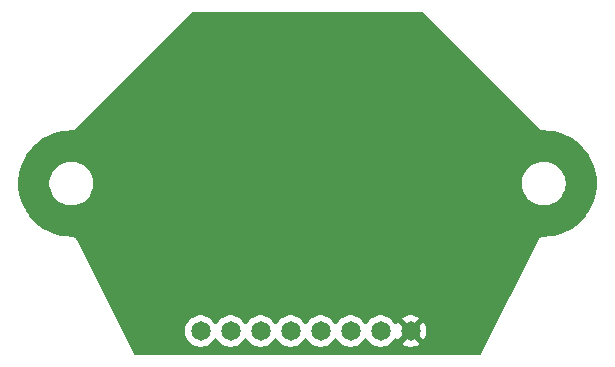
<source format=gbr>
%TF.GenerationSoftware,KiCad,Pcbnew,9.0.2*%
%TF.CreationDate,2025-06-12T16:07:02+02:00*%
%TF.ProjectId,engemil_pmw3901mb,656e6765-6d69-46c5-9f70-6d7733393031,1*%
%TF.SameCoordinates,Original*%
%TF.FileFunction,Copper,L2,Bot*%
%TF.FilePolarity,Positive*%
%FSLAX46Y46*%
G04 Gerber Fmt 4.6, Leading zero omitted, Abs format (unit mm)*
G04 Created by KiCad (PCBNEW 9.0.2) date 2025-06-12 16:07:02*
%MOMM*%
%LPD*%
G01*
G04 APERTURE LIST*
%TA.AperFunction,ComponentPad*%
%ADD10C,1.650000*%
%TD*%
%TA.AperFunction,ViaPad*%
%ADD11C,0.600000*%
%TD*%
G04 APERTURE END LIST*
D10*
%TO.P,J1,1*%
%TO.N,VCC*%
X140938445Y-127500000D03*
%TO.P,J1,2*%
%TO.N,RESET*%
X143478445Y-127500000D03*
%TO.P,J1,3*%
%TO.N,MOTION*%
X146018445Y-127500000D03*
%TO.P,J1,4*%
%TO.N,MOSI*%
X148558445Y-127500000D03*
%TO.P,J1,5*%
%TO.N,SCLK*%
X151098445Y-127500000D03*
%TO.P,J1,6*%
%TO.N,MISO*%
X153638445Y-127500000D03*
%TO.P,J1,7*%
%TO.N,CS*%
X156178445Y-127500000D03*
%TO.P,J1,8*%
%TO.N,GND*%
X158718445Y-127500000D03*
%TD*%
D11*
%TO.N,GND*%
X158500000Y-106500000D03*
X143500000Y-116000000D03*
X147000000Y-108500000D03*
X159000000Y-114000000D03*
X143500000Y-120000000D03*
X146500000Y-111000000D03*
X143500000Y-105000000D03*
X155500000Y-104500000D03*
X141500000Y-120000000D03*
X158500000Y-105500000D03*
X143500000Y-110500000D03*
X137000000Y-128500000D03*
X154000000Y-119000000D03*
X155500000Y-105500000D03*
X152000000Y-119000000D03*
X154000000Y-113500000D03*
X142500000Y-120000000D03*
X146000000Y-108500000D03*
X143500000Y-109000000D03*
X152500000Y-105500000D03*
X161000000Y-127500000D03*
X137000000Y-127500000D03*
X160000000Y-114000000D03*
X160000000Y-116500000D03*
X158500000Y-104500000D03*
X161000000Y-128500000D03*
X137000000Y-126500000D03*
X146000000Y-119000000D03*
X156000000Y-108500000D03*
X142000000Y-105000000D03*
X146000000Y-117000000D03*
X154000000Y-116500000D03*
X161000000Y-126500000D03*
X146000000Y-120000000D03*
X159000000Y-116500000D03*
X153000000Y-119000000D03*
X152500000Y-103500000D03*
X141000000Y-110500000D03*
X147500000Y-111000000D03*
X146000000Y-118000000D03*
X154000000Y-115000000D03*
%TD*%
%TA.AperFunction,Conductor*%
%TO.N,GND*%
G36*
X159808363Y-100520185D02*
G01*
X159829005Y-100536819D01*
X169599500Y-110307314D01*
X169692686Y-110400500D01*
X169806814Y-110466392D01*
X169934108Y-110500500D01*
X169997128Y-110500500D01*
X170002855Y-110500632D01*
X170409440Y-110519429D01*
X170420837Y-110520485D01*
X170821117Y-110576322D01*
X170832353Y-110578423D01*
X171225776Y-110670955D01*
X171236766Y-110674082D01*
X171619989Y-110802525D01*
X171630643Y-110806653D01*
X172000365Y-110969901D01*
X172010592Y-110974993D01*
X172248010Y-111107234D01*
X172363669Y-111171656D01*
X172373407Y-111177685D01*
X172706830Y-111406084D01*
X172715970Y-111412987D01*
X173026883Y-111671166D01*
X173035347Y-111678882D01*
X173321117Y-111964652D01*
X173328833Y-111973116D01*
X173587012Y-112284029D01*
X173593915Y-112293169D01*
X173822314Y-112626592D01*
X173828343Y-112636330D01*
X174024999Y-112989394D01*
X174030102Y-112999643D01*
X174110250Y-113181161D01*
X174193341Y-113369343D01*
X174197479Y-113380023D01*
X174325913Y-113763220D01*
X174329047Y-113774236D01*
X174421573Y-114167633D01*
X174423678Y-114178892D01*
X174479513Y-114579160D01*
X174480570Y-114590564D01*
X174499235Y-114994273D01*
X174499235Y-115005727D01*
X174480570Y-115409435D01*
X174479513Y-115420839D01*
X174423678Y-115821107D01*
X174421573Y-115832366D01*
X174329047Y-116225763D01*
X174325913Y-116236779D01*
X174197479Y-116619976D01*
X174193341Y-116630656D01*
X174030104Y-117000352D01*
X174024999Y-117010605D01*
X173828343Y-117363669D01*
X173822314Y-117373407D01*
X173593915Y-117706830D01*
X173587012Y-117715970D01*
X173328833Y-118026883D01*
X173321117Y-118035347D01*
X173035347Y-118321117D01*
X173026883Y-118328833D01*
X172715970Y-118587012D01*
X172706830Y-118593915D01*
X172373407Y-118822314D01*
X172363669Y-118828343D01*
X172010605Y-119024999D01*
X172000352Y-119030104D01*
X171630656Y-119193341D01*
X171619976Y-119197479D01*
X171236779Y-119325913D01*
X171225763Y-119329047D01*
X170832366Y-119421573D01*
X170821107Y-119423678D01*
X170420839Y-119479513D01*
X170409435Y-119480570D01*
X170054934Y-119496959D01*
X170053602Y-119497013D01*
X170040759Y-119497468D01*
X170035786Y-119496451D01*
X169987183Y-119499368D01*
X169985670Y-119499422D01*
X169985481Y-119499373D01*
X169981275Y-119499500D01*
X169934107Y-119499500D01*
X169931534Y-119500189D01*
X169931533Y-119500188D01*
X169919413Y-119503435D01*
X169904239Y-119504347D01*
X169855995Y-119520427D01*
X169852407Y-119521389D01*
X169852389Y-119521395D01*
X169816178Y-119531098D01*
X169806814Y-119533608D01*
X169806813Y-119533608D01*
X169806811Y-119533609D01*
X169806804Y-119533612D01*
X169804514Y-119534933D01*
X169804515Y-119534934D01*
X169793639Y-119541212D01*
X169779217Y-119546021D01*
X169736771Y-119574044D01*
X169733539Y-119575911D01*
X169733532Y-119575916D01*
X169692684Y-119599501D01*
X169690802Y-119601383D01*
X169671471Y-119617159D01*
X169669244Y-119618629D01*
X169637947Y-119653921D01*
X169635480Y-119656705D01*
X169599500Y-119692686D01*
X169591896Y-119705855D01*
X169583564Y-119715252D01*
X169583562Y-119715253D01*
X169581809Y-119717229D01*
X169581804Y-119717237D01*
X169560713Y-119759419D01*
X169557193Y-119765961D01*
X169533607Y-119806813D01*
X169533606Y-119806816D01*
X169532919Y-119809382D01*
X169524056Y-119832733D01*
X164724947Y-129430954D01*
X164677360Y-129482113D01*
X164614038Y-129499500D01*
X135385962Y-129499500D01*
X135318923Y-129479815D01*
X135275054Y-129430956D01*
X134257413Y-127395675D01*
X139612945Y-127395675D01*
X139612945Y-127604324D01*
X139645582Y-127810389D01*
X139710057Y-128008820D01*
X139778930Y-128143990D01*
X139804775Y-128194714D01*
X139927410Y-128363505D01*
X140074940Y-128511035D01*
X140243731Y-128633670D01*
X140331561Y-128678421D01*
X140429624Y-128728387D01*
X140429626Y-128728387D01*
X140429629Y-128728389D01*
X140535990Y-128762948D01*
X140628055Y-128792862D01*
X140834121Y-128825500D01*
X140834126Y-128825500D01*
X141042769Y-128825500D01*
X141248834Y-128792862D01*
X141250339Y-128792373D01*
X141447261Y-128728389D01*
X141633159Y-128633670D01*
X141801950Y-128511035D01*
X141949480Y-128363505D01*
X142072115Y-128194714D01*
X142097960Y-128143990D01*
X142145934Y-128093194D01*
X142213755Y-128076398D01*
X142279890Y-128098935D01*
X142318930Y-128143990D01*
X142344773Y-128194712D01*
X142380451Y-128243818D01*
X142467410Y-128363505D01*
X142614940Y-128511035D01*
X142783731Y-128633670D01*
X142871561Y-128678421D01*
X142969624Y-128728387D01*
X142969626Y-128728387D01*
X142969629Y-128728389D01*
X143075990Y-128762948D01*
X143168055Y-128792862D01*
X143374121Y-128825500D01*
X143374126Y-128825500D01*
X143582769Y-128825500D01*
X143788834Y-128792862D01*
X143790339Y-128792373D01*
X143987261Y-128728389D01*
X144173159Y-128633670D01*
X144341950Y-128511035D01*
X144489480Y-128363505D01*
X144612115Y-128194714D01*
X144637960Y-128143990D01*
X144685934Y-128093194D01*
X144753755Y-128076398D01*
X144819890Y-128098935D01*
X144858930Y-128143990D01*
X144884773Y-128194712D01*
X144920451Y-128243818D01*
X145007410Y-128363505D01*
X145154940Y-128511035D01*
X145323731Y-128633670D01*
X145411561Y-128678421D01*
X145509624Y-128728387D01*
X145509626Y-128728387D01*
X145509629Y-128728389D01*
X145615990Y-128762948D01*
X145708055Y-128792862D01*
X145914121Y-128825500D01*
X145914126Y-128825500D01*
X146122769Y-128825500D01*
X146328834Y-128792862D01*
X146330339Y-128792373D01*
X146527261Y-128728389D01*
X146713159Y-128633670D01*
X146881950Y-128511035D01*
X147029480Y-128363505D01*
X147152115Y-128194714D01*
X147177960Y-128143990D01*
X147225934Y-128093194D01*
X147293755Y-128076398D01*
X147359890Y-128098935D01*
X147398930Y-128143990D01*
X147424773Y-128194712D01*
X147460451Y-128243818D01*
X147547410Y-128363505D01*
X147694940Y-128511035D01*
X147863731Y-128633670D01*
X147951561Y-128678421D01*
X148049624Y-128728387D01*
X148049626Y-128728387D01*
X148049629Y-128728389D01*
X148155990Y-128762948D01*
X148248055Y-128792862D01*
X148454121Y-128825500D01*
X148454126Y-128825500D01*
X148662769Y-128825500D01*
X148868834Y-128792862D01*
X148870339Y-128792373D01*
X149067261Y-128728389D01*
X149253159Y-128633670D01*
X149421950Y-128511035D01*
X149569480Y-128363505D01*
X149692115Y-128194714D01*
X149717960Y-128143990D01*
X149765934Y-128093194D01*
X149833755Y-128076398D01*
X149899890Y-128098935D01*
X149938930Y-128143990D01*
X149964773Y-128194712D01*
X150000451Y-128243818D01*
X150087410Y-128363505D01*
X150234940Y-128511035D01*
X150403731Y-128633670D01*
X150491561Y-128678421D01*
X150589624Y-128728387D01*
X150589626Y-128728387D01*
X150589629Y-128728389D01*
X150695990Y-128762948D01*
X150788055Y-128792862D01*
X150994121Y-128825500D01*
X150994126Y-128825500D01*
X151202769Y-128825500D01*
X151408834Y-128792862D01*
X151410339Y-128792373D01*
X151607261Y-128728389D01*
X151793159Y-128633670D01*
X151961950Y-128511035D01*
X152109480Y-128363505D01*
X152232115Y-128194714D01*
X152257960Y-128143990D01*
X152305934Y-128093194D01*
X152373755Y-128076398D01*
X152439890Y-128098935D01*
X152478930Y-128143990D01*
X152504773Y-128194712D01*
X152540451Y-128243818D01*
X152627410Y-128363505D01*
X152774940Y-128511035D01*
X152943731Y-128633670D01*
X153031561Y-128678421D01*
X153129624Y-128728387D01*
X153129626Y-128728387D01*
X153129629Y-128728389D01*
X153235990Y-128762948D01*
X153328055Y-128792862D01*
X153534121Y-128825500D01*
X153534126Y-128825500D01*
X153742769Y-128825500D01*
X153948834Y-128792862D01*
X153950339Y-128792373D01*
X154147261Y-128728389D01*
X154333159Y-128633670D01*
X154501950Y-128511035D01*
X154649480Y-128363505D01*
X154772115Y-128194714D01*
X154797960Y-128143990D01*
X154845934Y-128093194D01*
X154913755Y-128076398D01*
X154979890Y-128098935D01*
X155018930Y-128143990D01*
X155044773Y-128194712D01*
X155080451Y-128243818D01*
X155167410Y-128363505D01*
X155314940Y-128511035D01*
X155483731Y-128633670D01*
X155571561Y-128678421D01*
X155669624Y-128728387D01*
X155669626Y-128728387D01*
X155669629Y-128728389D01*
X155775990Y-128762948D01*
X155868055Y-128792862D01*
X156074121Y-128825500D01*
X156074126Y-128825500D01*
X156282769Y-128825500D01*
X156488834Y-128792862D01*
X156490339Y-128792373D01*
X156687261Y-128728389D01*
X156873159Y-128633670D01*
X157041950Y-128511035D01*
X157189480Y-128363505D01*
X157312115Y-128194714D01*
X157338241Y-128143437D01*
X157386214Y-128092642D01*
X157454035Y-128075846D01*
X157520170Y-128098383D01*
X157559211Y-128143437D01*
X157585204Y-128194451D01*
X157621072Y-128243818D01*
X157621072Y-128243819D01*
X158194657Y-127670234D01*
X158205927Y-127712292D01*
X158278335Y-127837708D01*
X158380737Y-127940110D01*
X158506153Y-128012518D01*
X158548210Y-128023787D01*
X157974624Y-128597371D01*
X157974625Y-128597372D01*
X158023988Y-128633236D01*
X158024001Y-128633244D01*
X158209817Y-128727924D01*
X158408172Y-128792373D01*
X158614166Y-128825000D01*
X158822724Y-128825000D01*
X159028717Y-128792373D01*
X159227072Y-128727924D01*
X159412896Y-128633240D01*
X159462263Y-128597372D01*
X159462263Y-128597371D01*
X158888679Y-128023787D01*
X158930737Y-128012518D01*
X159056153Y-127940110D01*
X159158555Y-127837708D01*
X159230963Y-127712292D01*
X159242232Y-127670234D01*
X159815816Y-128243818D01*
X159815817Y-128243818D01*
X159851685Y-128194451D01*
X159946369Y-128008627D01*
X160010818Y-127810272D01*
X160043445Y-127604279D01*
X160043445Y-127395720D01*
X160010818Y-127189727D01*
X159946369Y-126991372D01*
X159851689Y-126805556D01*
X159851681Y-126805543D01*
X159815817Y-126756180D01*
X159815816Y-126756179D01*
X159242232Y-127329764D01*
X159230963Y-127287708D01*
X159158555Y-127162292D01*
X159056153Y-127059890D01*
X158930737Y-126987482D01*
X158888678Y-126976212D01*
X159462264Y-126402627D01*
X159412896Y-126366759D01*
X159227072Y-126272075D01*
X159028717Y-126207626D01*
X158822724Y-126175000D01*
X158614166Y-126175000D01*
X158408172Y-126207626D01*
X158209817Y-126272075D01*
X158023997Y-126366757D01*
X157974625Y-126402627D01*
X158548211Y-126976212D01*
X158506153Y-126987482D01*
X158380737Y-127059890D01*
X158278335Y-127162292D01*
X158205927Y-127287708D01*
X158194657Y-127329765D01*
X157621072Y-126756180D01*
X157585200Y-126805555D01*
X157559210Y-126856563D01*
X157511235Y-126907358D01*
X157443414Y-126924153D01*
X157377279Y-126901615D01*
X157338241Y-126856561D01*
X157312116Y-126805287D01*
X157271236Y-126749022D01*
X157189480Y-126636495D01*
X157041950Y-126488965D01*
X156873159Y-126366330D01*
X156687265Y-126271612D01*
X156488834Y-126207137D01*
X156282769Y-126174500D01*
X156282764Y-126174500D01*
X156074126Y-126174500D01*
X156074121Y-126174500D01*
X155868055Y-126207137D01*
X155669624Y-126271612D01*
X155483730Y-126366330D01*
X155314938Y-126488966D01*
X155167411Y-126636493D01*
X155044775Y-126805285D01*
X155018930Y-126856010D01*
X154970955Y-126906806D01*
X154903135Y-126923601D01*
X154837000Y-126901064D01*
X154797960Y-126856010D01*
X154796055Y-126852271D01*
X154772115Y-126805286D01*
X154649480Y-126636495D01*
X154501950Y-126488965D01*
X154333159Y-126366330D01*
X154147265Y-126271612D01*
X153948834Y-126207137D01*
X153742769Y-126174500D01*
X153742764Y-126174500D01*
X153534126Y-126174500D01*
X153534121Y-126174500D01*
X153328055Y-126207137D01*
X153129624Y-126271612D01*
X152943730Y-126366330D01*
X152774938Y-126488966D01*
X152627411Y-126636493D01*
X152504775Y-126805285D01*
X152478930Y-126856010D01*
X152430955Y-126906806D01*
X152363135Y-126923601D01*
X152297000Y-126901064D01*
X152257960Y-126856010D01*
X152256055Y-126852271D01*
X152232115Y-126805286D01*
X152109480Y-126636495D01*
X151961950Y-126488965D01*
X151793159Y-126366330D01*
X151607265Y-126271612D01*
X151408834Y-126207137D01*
X151202769Y-126174500D01*
X151202764Y-126174500D01*
X150994126Y-126174500D01*
X150994121Y-126174500D01*
X150788055Y-126207137D01*
X150589624Y-126271612D01*
X150403730Y-126366330D01*
X150234938Y-126488966D01*
X150087411Y-126636493D01*
X149964775Y-126805285D01*
X149938930Y-126856010D01*
X149890955Y-126906806D01*
X149823135Y-126923601D01*
X149757000Y-126901064D01*
X149717960Y-126856010D01*
X149716055Y-126852271D01*
X149692115Y-126805286D01*
X149569480Y-126636495D01*
X149421950Y-126488965D01*
X149253159Y-126366330D01*
X149067265Y-126271612D01*
X148868834Y-126207137D01*
X148662769Y-126174500D01*
X148662764Y-126174500D01*
X148454126Y-126174500D01*
X148454121Y-126174500D01*
X148248055Y-126207137D01*
X148049624Y-126271612D01*
X147863730Y-126366330D01*
X147694938Y-126488966D01*
X147547411Y-126636493D01*
X147424775Y-126805285D01*
X147398930Y-126856010D01*
X147350955Y-126906806D01*
X147283135Y-126923601D01*
X147217000Y-126901064D01*
X147177960Y-126856010D01*
X147176055Y-126852271D01*
X147152115Y-126805286D01*
X147029480Y-126636495D01*
X146881950Y-126488965D01*
X146713159Y-126366330D01*
X146527265Y-126271612D01*
X146328834Y-126207137D01*
X146122769Y-126174500D01*
X146122764Y-126174500D01*
X145914126Y-126174500D01*
X145914121Y-126174500D01*
X145708055Y-126207137D01*
X145509624Y-126271612D01*
X145323730Y-126366330D01*
X145154938Y-126488966D01*
X145007411Y-126636493D01*
X144884775Y-126805285D01*
X144858930Y-126856010D01*
X144810955Y-126906806D01*
X144743135Y-126923601D01*
X144677000Y-126901064D01*
X144637960Y-126856010D01*
X144636055Y-126852271D01*
X144612115Y-126805286D01*
X144489480Y-126636495D01*
X144341950Y-126488965D01*
X144173159Y-126366330D01*
X143987265Y-126271612D01*
X143788834Y-126207137D01*
X143582769Y-126174500D01*
X143582764Y-126174500D01*
X143374126Y-126174500D01*
X143374121Y-126174500D01*
X143168055Y-126207137D01*
X142969624Y-126271612D01*
X142783730Y-126366330D01*
X142614938Y-126488966D01*
X142467411Y-126636493D01*
X142344775Y-126805285D01*
X142318930Y-126856010D01*
X142270955Y-126906806D01*
X142203135Y-126923601D01*
X142137000Y-126901064D01*
X142097960Y-126856010D01*
X142096055Y-126852271D01*
X142072115Y-126805286D01*
X141949480Y-126636495D01*
X141801950Y-126488965D01*
X141633159Y-126366330D01*
X141447265Y-126271612D01*
X141248834Y-126207137D01*
X141042769Y-126174500D01*
X141042764Y-126174500D01*
X140834126Y-126174500D01*
X140834121Y-126174500D01*
X140628055Y-126207137D01*
X140429624Y-126271612D01*
X140243730Y-126366330D01*
X140074938Y-126488966D01*
X139927411Y-126636493D01*
X139804775Y-126805285D01*
X139710057Y-126991179D01*
X139645582Y-127189610D01*
X139612945Y-127395675D01*
X134257413Y-127395675D01*
X130470328Y-119821504D01*
X130466392Y-119806814D01*
X130440947Y-119762742D01*
X130418193Y-119717234D01*
X130408103Y-119705856D01*
X130400500Y-119692686D01*
X130364519Y-119656705D01*
X130330758Y-119618632D01*
X130318066Y-119610252D01*
X130307314Y-119599500D01*
X130263259Y-119574064D01*
X130260155Y-119572015D01*
X130260142Y-119572008D01*
X130220783Y-119546021D01*
X130220779Y-119546019D01*
X130220771Y-119546016D01*
X130218257Y-119545178D01*
X130195489Y-119534937D01*
X130193193Y-119533611D01*
X130193187Y-119533608D01*
X130193186Y-119533608D01*
X130193183Y-119533607D01*
X130193180Y-119533606D01*
X130147618Y-119521397D01*
X130147618Y-119521396D01*
X130144004Y-119520427D01*
X130095761Y-119504347D01*
X130080581Y-119503435D01*
X130068451Y-119500185D01*
X130068450Y-119500184D01*
X130065894Y-119499500D01*
X130065892Y-119499500D01*
X130018725Y-119499500D01*
X130014330Y-119499422D01*
X130012816Y-119499368D01*
X129964214Y-119496451D01*
X129959239Y-119497468D01*
X129946398Y-119497013D01*
X129946193Y-119496945D01*
X129945066Y-119496959D01*
X129590564Y-119480570D01*
X129579160Y-119479513D01*
X129178892Y-119423678D01*
X129167633Y-119421573D01*
X128774236Y-119329047D01*
X128763220Y-119325913D01*
X128581560Y-119265027D01*
X128380021Y-119197478D01*
X128369343Y-119193341D01*
X127999647Y-119030104D01*
X127989399Y-119025001D01*
X127874474Y-118960989D01*
X127636330Y-118828343D01*
X127626592Y-118822314D01*
X127293169Y-118593915D01*
X127284029Y-118587012D01*
X126973116Y-118328833D01*
X126964652Y-118321117D01*
X126678882Y-118035347D01*
X126671166Y-118026883D01*
X126412985Y-117715967D01*
X126406084Y-117706830D01*
X126177685Y-117373407D01*
X126171656Y-117363669D01*
X126127924Y-117285155D01*
X125974993Y-117010592D01*
X125969901Y-117000365D01*
X125806653Y-116630643D01*
X125802525Y-116619989D01*
X125674082Y-116236766D01*
X125670955Y-116225776D01*
X125578423Y-115832353D01*
X125576322Y-115821117D01*
X125520485Y-115420837D01*
X125519429Y-115409435D01*
X125506107Y-115121288D01*
X125500764Y-115005710D01*
X125500764Y-114994289D01*
X125506107Y-114878711D01*
X128149500Y-114878711D01*
X128149500Y-115121288D01*
X128181161Y-115361785D01*
X128243947Y-115596104D01*
X128336773Y-115820205D01*
X128336777Y-115820214D01*
X128343793Y-115832366D01*
X128458064Y-116030289D01*
X128458066Y-116030292D01*
X128458067Y-116030293D01*
X128605733Y-116222736D01*
X128605739Y-116222743D01*
X128777256Y-116394260D01*
X128777262Y-116394265D01*
X128969711Y-116541936D01*
X129179788Y-116663224D01*
X129403900Y-116756054D01*
X129638211Y-116818838D01*
X129818586Y-116842584D01*
X129878711Y-116850500D01*
X129878712Y-116850500D01*
X130121289Y-116850500D01*
X130169388Y-116844167D01*
X130361789Y-116818838D01*
X130596100Y-116756054D01*
X130820212Y-116663224D01*
X131030289Y-116541936D01*
X131222738Y-116394265D01*
X131394265Y-116222738D01*
X131541936Y-116030289D01*
X131663224Y-115820212D01*
X131756054Y-115596100D01*
X131818838Y-115361789D01*
X131850500Y-115121288D01*
X131850500Y-114878712D01*
X131850500Y-114878711D01*
X168149500Y-114878711D01*
X168149500Y-115121288D01*
X168181161Y-115361785D01*
X168243947Y-115596104D01*
X168336773Y-115820205D01*
X168336777Y-115820214D01*
X168343793Y-115832366D01*
X168458064Y-116030289D01*
X168458066Y-116030292D01*
X168458067Y-116030293D01*
X168605733Y-116222736D01*
X168605739Y-116222743D01*
X168777256Y-116394260D01*
X168777262Y-116394265D01*
X168969711Y-116541936D01*
X169179788Y-116663224D01*
X169403900Y-116756054D01*
X169638211Y-116818838D01*
X169818586Y-116842584D01*
X169878711Y-116850500D01*
X169878712Y-116850500D01*
X170121289Y-116850500D01*
X170169388Y-116844167D01*
X170361789Y-116818838D01*
X170596100Y-116756054D01*
X170820212Y-116663224D01*
X171030289Y-116541936D01*
X171222738Y-116394265D01*
X171394265Y-116222738D01*
X171541936Y-116030289D01*
X171663224Y-115820212D01*
X171756054Y-115596100D01*
X171818838Y-115361789D01*
X171850500Y-115121288D01*
X171850500Y-114878712D01*
X171818838Y-114638211D01*
X171756054Y-114403900D01*
X171663224Y-114179788D01*
X171541936Y-113969711D01*
X171394265Y-113777262D01*
X171394260Y-113777256D01*
X171222743Y-113605739D01*
X171222736Y-113605733D01*
X171030293Y-113458067D01*
X171030292Y-113458066D01*
X171030289Y-113458064D01*
X170820212Y-113336776D01*
X170820205Y-113336773D01*
X170596104Y-113243947D01*
X170361785Y-113181161D01*
X170121289Y-113149500D01*
X170121288Y-113149500D01*
X169878712Y-113149500D01*
X169878711Y-113149500D01*
X169638214Y-113181161D01*
X169403895Y-113243947D01*
X169179794Y-113336773D01*
X169179785Y-113336777D01*
X168969706Y-113458067D01*
X168777263Y-113605733D01*
X168777256Y-113605739D01*
X168605739Y-113777256D01*
X168605733Y-113777263D01*
X168458067Y-113969706D01*
X168336777Y-114179785D01*
X168336773Y-114179794D01*
X168243947Y-114403895D01*
X168181161Y-114638214D01*
X168149500Y-114878711D01*
X131850500Y-114878711D01*
X131818838Y-114638211D01*
X131756054Y-114403900D01*
X131663224Y-114179788D01*
X131541936Y-113969711D01*
X131394265Y-113777262D01*
X131394260Y-113777256D01*
X131222743Y-113605739D01*
X131222736Y-113605733D01*
X131030293Y-113458067D01*
X131030292Y-113458066D01*
X131030289Y-113458064D01*
X130820212Y-113336776D01*
X130820205Y-113336773D01*
X130596104Y-113243947D01*
X130361785Y-113181161D01*
X130121289Y-113149500D01*
X130121288Y-113149500D01*
X129878712Y-113149500D01*
X129878711Y-113149500D01*
X129638214Y-113181161D01*
X129403895Y-113243947D01*
X129179794Y-113336773D01*
X129179785Y-113336777D01*
X128969706Y-113458067D01*
X128777263Y-113605733D01*
X128777256Y-113605739D01*
X128605739Y-113777256D01*
X128605733Y-113777263D01*
X128458067Y-113969706D01*
X128336777Y-114179785D01*
X128336773Y-114179794D01*
X128243947Y-114403895D01*
X128181161Y-114638214D01*
X128149500Y-114878711D01*
X125506107Y-114878711D01*
X125519429Y-114590557D01*
X125520486Y-114579160D01*
X125544934Y-114403900D01*
X125576323Y-114178878D01*
X125578422Y-114167649D01*
X125670957Y-113774217D01*
X125674080Y-113763238D01*
X125802527Y-113380002D01*
X125806650Y-113369363D01*
X125969905Y-112999625D01*
X125974988Y-112989416D01*
X126171659Y-112636324D01*
X126177685Y-112626592D01*
X126406094Y-112293154D01*
X126412976Y-112284042D01*
X126671177Y-111973103D01*
X126678871Y-111964663D01*
X126964663Y-111678871D01*
X126973103Y-111671177D01*
X127284042Y-111412976D01*
X127293154Y-111406094D01*
X127626597Y-111177681D01*
X127636324Y-111171659D01*
X127989416Y-110974988D01*
X127999625Y-110969905D01*
X128369363Y-110806650D01*
X128380002Y-110802527D01*
X128763238Y-110674080D01*
X128774217Y-110670957D01*
X129167649Y-110578422D01*
X129178878Y-110576323D01*
X129579164Y-110520485D01*
X129590557Y-110519429D01*
X129997145Y-110500632D01*
X130002872Y-110500500D01*
X130065890Y-110500500D01*
X130065892Y-110500500D01*
X130193186Y-110466392D01*
X130307314Y-110400500D01*
X130400500Y-110307314D01*
X140170995Y-100536819D01*
X140232318Y-100503334D01*
X140258676Y-100500500D01*
X159741324Y-100500500D01*
X159808363Y-100520185D01*
G37*
%TD.AperFunction*%
%TD*%
M02*

</source>
